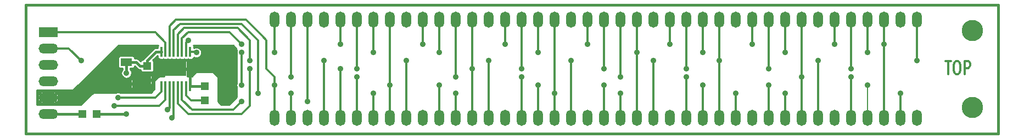
<source format=gtl>
G04 (created by PCBNEW-RS274X (2012-01-19 BZR 3256)-stable) date 01/06/2013 13:30:53*
G01*
G70*
G90*
%MOIN*%
G04 Gerber Fmt 3.4, Leading zero omitted, Abs format*
%FSLAX34Y34*%
G04 APERTURE LIST*
%ADD10C,0.006000*%
%ADD11C,0.012000*%
%ADD12C,0.015000*%
%ADD13R,0.014000X0.063000*%
%ADD14R,0.130000X0.090000*%
%ADD15R,0.070900X0.047200*%
%ADD16R,0.051200X0.047200*%
%ADD17R,0.047200X0.051200*%
%ADD18R,0.118100X0.059100*%
%ADD19O,0.118100X0.059100*%
%ADD20O,0.059100X0.098400*%
%ADD21C,0.129900*%
%ADD22C,0.035000*%
%ADD23C,0.016000*%
%ADD24C,0.008000*%
%ADD25C,0.010000*%
G04 APERTURE END LIST*
G54D10*
G54D11*
X100714Y-20774D02*
X101057Y-20774D01*
X100886Y-21574D02*
X100886Y-20774D01*
X101371Y-20774D02*
X101485Y-20774D01*
X101543Y-20812D01*
X101600Y-20888D01*
X101628Y-21040D01*
X101628Y-21307D01*
X101600Y-21460D01*
X101543Y-21536D01*
X101485Y-21574D01*
X101371Y-21574D01*
X101314Y-21536D01*
X101257Y-21460D01*
X101228Y-21307D01*
X101228Y-21040D01*
X101257Y-20888D01*
X101314Y-20812D01*
X101371Y-20774D01*
X101886Y-21574D02*
X101886Y-20774D01*
X102114Y-20774D01*
X102172Y-20812D01*
X102200Y-20850D01*
X102229Y-20926D01*
X102229Y-21040D01*
X102200Y-21117D01*
X102172Y-21155D01*
X102114Y-21193D01*
X101886Y-21193D01*
G54D12*
X44882Y-25197D02*
X44882Y-17323D01*
X103937Y-25197D02*
X44882Y-25197D01*
X103937Y-17323D02*
X103937Y-25197D01*
X44882Y-17323D02*
X103937Y-17323D01*
G54D13*
X53125Y-22300D03*
X53375Y-22300D03*
X53625Y-22300D03*
X53875Y-22300D03*
X54125Y-22300D03*
X54375Y-22300D03*
X54625Y-22300D03*
X54875Y-22300D03*
X54875Y-20200D03*
X54625Y-20200D03*
X54375Y-20200D03*
X54125Y-20200D03*
X53875Y-20200D03*
X53625Y-20200D03*
X53375Y-20200D03*
X53125Y-20200D03*
G54D14*
X54000Y-21250D03*
G54D15*
X51000Y-20831D03*
X51000Y-22169D03*
G54D16*
X55750Y-23183D03*
X55750Y-22317D03*
G54D17*
X49183Y-24000D03*
X48317Y-24000D03*
G54D16*
X52250Y-21067D03*
X52250Y-21933D03*
G54D18*
X46250Y-19000D03*
G54D19*
X46250Y-20000D03*
X46250Y-21000D03*
X46250Y-22000D03*
X46250Y-23000D03*
X46250Y-24000D03*
G54D20*
X92000Y-24250D03*
X93000Y-24250D03*
X94000Y-24250D03*
X94000Y-18250D03*
X93000Y-18250D03*
X92000Y-18250D03*
X91000Y-18250D03*
X90000Y-18250D03*
X90000Y-24250D03*
X91000Y-24250D03*
X82000Y-24250D03*
X83000Y-24250D03*
X84000Y-24250D03*
X84000Y-18250D03*
X83000Y-18250D03*
X82000Y-18250D03*
X81000Y-18250D03*
X80000Y-18250D03*
X80000Y-24250D03*
X81000Y-24250D03*
X62000Y-24250D03*
X63000Y-24250D03*
X64000Y-24250D03*
X64000Y-18250D03*
X63000Y-18250D03*
X62000Y-18250D03*
X61000Y-18250D03*
X60000Y-18250D03*
X60000Y-24250D03*
X61000Y-24250D03*
X72000Y-24250D03*
X73000Y-24250D03*
X74000Y-24250D03*
X74000Y-18250D03*
X73000Y-18250D03*
X72000Y-18250D03*
X71000Y-18250D03*
X70000Y-18250D03*
X70000Y-24250D03*
X71000Y-24250D03*
X77000Y-24250D03*
X78000Y-24250D03*
X79000Y-24250D03*
X79000Y-18250D03*
X78000Y-18250D03*
X77000Y-18250D03*
X76000Y-18250D03*
X75000Y-18250D03*
X75000Y-24250D03*
X76000Y-24250D03*
X67000Y-24250D03*
X68000Y-24250D03*
X69000Y-24250D03*
X69000Y-18250D03*
X68000Y-18250D03*
X67000Y-18250D03*
X66000Y-18250D03*
X65000Y-18250D03*
X65000Y-24250D03*
X66000Y-24250D03*
X87000Y-24250D03*
X88000Y-24250D03*
X89000Y-24250D03*
X89000Y-18250D03*
X88000Y-18250D03*
X87000Y-18250D03*
X86000Y-18250D03*
X85000Y-18250D03*
X85000Y-24250D03*
X86000Y-24250D03*
X97000Y-24250D03*
X98000Y-24250D03*
X99000Y-24250D03*
X99000Y-18250D03*
X98000Y-18250D03*
X97000Y-18250D03*
X96000Y-18250D03*
X95000Y-18250D03*
X95000Y-24250D03*
X96000Y-24250D03*
G54D21*
X102362Y-18898D03*
X102362Y-23622D03*
G54D22*
X51000Y-24000D03*
X51000Y-21500D03*
X50250Y-23500D03*
X48250Y-20750D03*
X50500Y-23000D03*
X55250Y-20250D03*
X62000Y-23250D03*
X58000Y-23250D03*
X65000Y-21250D03*
X90000Y-21250D03*
X85000Y-21250D03*
X64000Y-21250D03*
X72000Y-21250D03*
X80000Y-21250D03*
X95000Y-21250D03*
X75000Y-21250D03*
X58500Y-21250D03*
X58000Y-22250D03*
X53750Y-24250D03*
X76000Y-20250D03*
X58000Y-20250D03*
X91000Y-20250D03*
X60000Y-20250D03*
X96000Y-20250D03*
X82000Y-20250D03*
X86000Y-20250D03*
X66000Y-20250D03*
X70000Y-20250D03*
X95000Y-21750D03*
X75000Y-21750D03*
X61000Y-21750D03*
X92000Y-21750D03*
X71000Y-21750D03*
X65000Y-21750D03*
X85000Y-21750D03*
X81000Y-21750D03*
X53500Y-23750D03*
X80000Y-22250D03*
X96000Y-22250D03*
X90000Y-22250D03*
X86000Y-22250D03*
X60000Y-22250D03*
X76000Y-22250D03*
X67000Y-22250D03*
X70000Y-22250D03*
X88000Y-22750D03*
X91000Y-22750D03*
X81000Y-22750D03*
X98000Y-22750D03*
X71000Y-22750D03*
X61000Y-22750D03*
X66000Y-22750D03*
X77000Y-22750D03*
X59000Y-22750D03*
X87000Y-20750D03*
X83000Y-20750D03*
X68000Y-20750D03*
X99000Y-20750D03*
X63000Y-20750D03*
X58500Y-20750D03*
X93000Y-20750D03*
X78000Y-20750D03*
X73000Y-20750D03*
X58000Y-19750D03*
X69000Y-19750D03*
X94000Y-19750D03*
X74000Y-19750D03*
X64000Y-19750D03*
X84000Y-19750D03*
X79000Y-19750D03*
X89000Y-19750D03*
X97000Y-19750D03*
X54750Y-19500D03*
G54D23*
X51000Y-20831D02*
X51000Y-21500D01*
X52800Y-20200D02*
X53125Y-20200D01*
X52250Y-21067D02*
X52250Y-20750D01*
X52250Y-20750D02*
X52800Y-20200D01*
X51581Y-20831D02*
X51817Y-21067D01*
X51817Y-21067D02*
X52250Y-21067D01*
X51000Y-20831D02*
X51581Y-20831D01*
X51000Y-24000D02*
X49183Y-24000D01*
X48317Y-24000D02*
X46250Y-24000D01*
G54D11*
X53375Y-22300D02*
X53375Y-23125D01*
X53375Y-23125D02*
X53000Y-23500D01*
X53000Y-23500D02*
X50250Y-23500D01*
X53125Y-22300D02*
X53125Y-22625D01*
X48250Y-20750D02*
X47500Y-20000D01*
X47500Y-20000D02*
X46250Y-20000D01*
X52750Y-23000D02*
X51000Y-23000D01*
X53125Y-22625D02*
X52750Y-23000D01*
X51000Y-23000D02*
X50500Y-23000D01*
X54625Y-22300D02*
X54625Y-22875D01*
X54625Y-22875D02*
X54933Y-23183D01*
X54933Y-23183D02*
X55750Y-23183D01*
X55200Y-20200D02*
X54875Y-20200D01*
X55200Y-20200D02*
X55250Y-20250D01*
X52750Y-19000D02*
X46250Y-19000D01*
X53375Y-20200D02*
X53375Y-19625D01*
X53375Y-19625D02*
X52750Y-19000D01*
X54375Y-23125D02*
X55000Y-23750D01*
X62000Y-18250D02*
X62000Y-23250D01*
X55000Y-23750D02*
X57500Y-23750D01*
X54375Y-22300D02*
X54375Y-23125D01*
X57500Y-23750D02*
X58000Y-23250D01*
X80000Y-18250D02*
X80000Y-21250D01*
X95000Y-18250D02*
X95000Y-21250D01*
X64000Y-24250D02*
X64000Y-21250D01*
X54125Y-23250D02*
X54125Y-23375D01*
X58000Y-24000D02*
X58500Y-23500D01*
X90000Y-18250D02*
X90000Y-21250D01*
X72000Y-18250D02*
X72000Y-21250D01*
X54125Y-23375D02*
X54750Y-24000D01*
X72000Y-24250D02*
X72000Y-21250D01*
X65000Y-18250D02*
X65000Y-21250D01*
X85000Y-18250D02*
X85000Y-21250D01*
X75000Y-18250D02*
X75000Y-21250D01*
X54125Y-22300D02*
X54125Y-23250D01*
X58500Y-23500D02*
X58500Y-21250D01*
X54750Y-24000D02*
X58000Y-24000D01*
X53875Y-24125D02*
X53750Y-24250D01*
X53875Y-22300D02*
X53875Y-24125D01*
X58000Y-22250D02*
X58000Y-20250D01*
X60000Y-20250D02*
X60000Y-19000D01*
X66000Y-18250D02*
X66000Y-20250D01*
X86000Y-18250D02*
X86000Y-20250D01*
X70000Y-18250D02*
X70000Y-20250D01*
X76000Y-18250D02*
X76000Y-20250D01*
X82000Y-18250D02*
X82000Y-20250D01*
X82000Y-24250D02*
X82000Y-20250D01*
X60000Y-19000D02*
X60000Y-18250D01*
X96000Y-18250D02*
X96000Y-20250D01*
X91000Y-18250D02*
X91000Y-20250D01*
X61000Y-18250D02*
X61000Y-21750D01*
X71000Y-18250D02*
X71000Y-21750D01*
X75000Y-24250D02*
X75000Y-21750D01*
X92000Y-24250D02*
X92000Y-21750D01*
X92000Y-18250D02*
X92000Y-21750D01*
X53625Y-23625D02*
X53500Y-23750D01*
X85000Y-24250D02*
X85000Y-21750D01*
X95000Y-21750D02*
X95000Y-24250D01*
X53625Y-22300D02*
X53625Y-23625D01*
X65000Y-24250D02*
X65000Y-21750D01*
X81000Y-18250D02*
X81000Y-21750D01*
X58250Y-18250D02*
X59250Y-19250D01*
X59500Y-19500D02*
X59250Y-19250D01*
X59500Y-21250D02*
X59500Y-19500D01*
X60000Y-21750D02*
X59500Y-21250D01*
X53625Y-18625D02*
X54000Y-18250D01*
X54000Y-18250D02*
X58250Y-18250D01*
X53625Y-20200D02*
X53625Y-18625D01*
X67000Y-18250D02*
X67000Y-22250D01*
X86000Y-24250D02*
X86000Y-22250D01*
X76000Y-24250D02*
X76000Y-22250D01*
X67000Y-24250D02*
X67000Y-22250D01*
X60000Y-22250D02*
X60000Y-21750D01*
X80000Y-24250D02*
X80000Y-22250D01*
G54D24*
X96000Y-24250D02*
X96000Y-22250D01*
G54D11*
X70000Y-24250D02*
X70000Y-22250D01*
X90000Y-24250D02*
X90000Y-22250D01*
X60000Y-24250D02*
X60000Y-22250D01*
X81000Y-24250D02*
X81000Y-22750D01*
X71000Y-24250D02*
X71000Y-22750D01*
X58000Y-18500D02*
X59000Y-19500D01*
X61000Y-24250D02*
X61000Y-22750D01*
X59000Y-19500D02*
X59000Y-22750D01*
X53875Y-18875D02*
X54250Y-18500D01*
X91000Y-24250D02*
X91000Y-22750D01*
X54250Y-18500D02*
X58000Y-18500D01*
X88000Y-24250D02*
X88000Y-22750D01*
X98000Y-24250D02*
X98000Y-22750D01*
X77000Y-24250D02*
X77000Y-22750D01*
X66000Y-24250D02*
X66000Y-22750D01*
X77000Y-18250D02*
X77000Y-22750D01*
X53875Y-20200D02*
X53875Y-18875D01*
X54125Y-20200D02*
X54125Y-19125D01*
X87000Y-20750D02*
X87000Y-24250D01*
X54125Y-19125D02*
X54500Y-18750D01*
X54500Y-18750D02*
X57750Y-18750D01*
X73000Y-20750D02*
X73000Y-24250D01*
X58500Y-19500D02*
X58500Y-20750D01*
X78000Y-20750D02*
X78000Y-24250D01*
X99000Y-18250D02*
X99000Y-20750D01*
X63000Y-20750D02*
X63000Y-24250D01*
X68000Y-24250D02*
X68000Y-20750D01*
X57750Y-18750D02*
X58500Y-19500D01*
X93000Y-20750D02*
X93000Y-24250D01*
X87000Y-20750D02*
X87000Y-18250D01*
X83000Y-20750D02*
X83000Y-24250D01*
X54750Y-19000D02*
X57250Y-19000D01*
X54375Y-19375D02*
X54750Y-19000D01*
X69000Y-18250D02*
X69000Y-19750D01*
X64000Y-19750D02*
X64000Y-18250D01*
X89000Y-18250D02*
X89000Y-19750D01*
X97000Y-18250D02*
X97000Y-19750D01*
X74000Y-18250D02*
X74000Y-19750D01*
X94000Y-18250D02*
X94000Y-19750D01*
X57250Y-19000D02*
X58000Y-19750D01*
X54375Y-20200D02*
X54375Y-19375D01*
X84000Y-18250D02*
X84000Y-19750D01*
X97000Y-24250D02*
X97000Y-19750D01*
X79000Y-18250D02*
X79000Y-19750D01*
G54D23*
X54875Y-21625D02*
X54750Y-21500D01*
X54875Y-22300D02*
X55733Y-22300D01*
X55733Y-22300D02*
X55750Y-22317D01*
X54875Y-22300D02*
X54875Y-21625D01*
G54D11*
X54625Y-20200D02*
X54625Y-19625D01*
X54625Y-19625D02*
X54750Y-19500D01*
G54D10*
G36*
X57700Y-22979D02*
X57229Y-23450D01*
X56771Y-23450D01*
X56550Y-23229D01*
X56550Y-21729D01*
X56271Y-21450D01*
X55229Y-21450D01*
X54979Y-21700D01*
X54700Y-21700D01*
X54700Y-21312D01*
X54700Y-21188D01*
X54700Y-20795D01*
X54698Y-20785D01*
X54694Y-20776D01*
X54689Y-20768D01*
X54682Y-20761D01*
X54674Y-20756D01*
X54665Y-20752D01*
X54655Y-20750D01*
X54645Y-20750D01*
X54062Y-20750D01*
X54050Y-20762D01*
X54050Y-21200D01*
X54688Y-21200D01*
X54700Y-21188D01*
X54700Y-21312D01*
X54688Y-21300D01*
X54100Y-21300D01*
X54050Y-21300D01*
X53950Y-21300D01*
X53950Y-21200D01*
X53950Y-20762D01*
X53938Y-20750D01*
X53355Y-20750D01*
X53345Y-20750D01*
X53335Y-20752D01*
X53326Y-20756D01*
X53318Y-20761D01*
X53311Y-20768D01*
X53306Y-20776D01*
X53302Y-20785D01*
X53300Y-20795D01*
X53300Y-21188D01*
X53312Y-21200D01*
X53950Y-21200D01*
X53950Y-21300D01*
X53900Y-21300D01*
X53312Y-21300D01*
X53300Y-21312D01*
X53300Y-21700D01*
X52979Y-21700D01*
X52700Y-21979D01*
X52700Y-22479D01*
X52556Y-22623D01*
X52556Y-22174D01*
X52556Y-21995D01*
X52556Y-21871D01*
X52556Y-21692D01*
X52554Y-21682D01*
X52550Y-21673D01*
X52545Y-21665D01*
X52538Y-21658D01*
X52530Y-21653D01*
X52521Y-21649D01*
X52511Y-21647D01*
X52501Y-21647D01*
X52312Y-21647D01*
X52300Y-21659D01*
X52300Y-21883D01*
X52544Y-21883D01*
X52556Y-21871D01*
X52556Y-21995D01*
X52544Y-21983D01*
X52300Y-21983D01*
X52300Y-22207D01*
X52312Y-22219D01*
X52501Y-22219D01*
X52511Y-22219D01*
X52521Y-22217D01*
X52530Y-22213D01*
X52538Y-22208D01*
X52545Y-22201D01*
X52550Y-22193D01*
X52554Y-22184D01*
X52556Y-22174D01*
X52556Y-22623D01*
X52479Y-22700D01*
X52200Y-22700D01*
X52200Y-22207D01*
X52200Y-21983D01*
X52200Y-21883D01*
X52200Y-21659D01*
X52188Y-21647D01*
X51999Y-21647D01*
X51989Y-21647D01*
X51979Y-21649D01*
X51970Y-21653D01*
X51962Y-21658D01*
X51955Y-21665D01*
X51950Y-21673D01*
X51946Y-21682D01*
X51944Y-21692D01*
X51944Y-21871D01*
X51956Y-21883D01*
X52200Y-21883D01*
X52200Y-21983D01*
X51956Y-21983D01*
X51944Y-21995D01*
X51944Y-22174D01*
X51946Y-22184D01*
X51950Y-22193D01*
X51955Y-22201D01*
X51962Y-22208D01*
X51970Y-22213D01*
X51979Y-22217D01*
X51989Y-22219D01*
X51999Y-22219D01*
X52188Y-22219D01*
X52200Y-22207D01*
X52200Y-22700D01*
X51404Y-22700D01*
X51404Y-22410D01*
X51404Y-22231D01*
X51404Y-22107D01*
X51404Y-21928D01*
X51402Y-21918D01*
X51398Y-21909D01*
X51393Y-21901D01*
X51386Y-21894D01*
X51378Y-21889D01*
X51369Y-21885D01*
X51359Y-21883D01*
X51349Y-21883D01*
X51062Y-21883D01*
X51050Y-21895D01*
X51050Y-22119D01*
X51392Y-22119D01*
X51404Y-22107D01*
X51404Y-22231D01*
X51392Y-22219D01*
X51050Y-22219D01*
X51050Y-22443D01*
X51062Y-22455D01*
X51349Y-22455D01*
X51359Y-22455D01*
X51369Y-22453D01*
X51378Y-22449D01*
X51386Y-22444D01*
X51393Y-22437D01*
X51398Y-22429D01*
X51402Y-22420D01*
X51404Y-22410D01*
X51404Y-22700D01*
X50950Y-22700D01*
X50950Y-22443D01*
X50950Y-22219D01*
X50950Y-22119D01*
X50950Y-21895D01*
X50938Y-21883D01*
X50651Y-21883D01*
X50641Y-21883D01*
X50631Y-21885D01*
X50622Y-21889D01*
X50614Y-21894D01*
X50607Y-21901D01*
X50602Y-21909D01*
X50598Y-21918D01*
X50596Y-21928D01*
X50596Y-22107D01*
X50608Y-22119D01*
X50950Y-22119D01*
X50950Y-22219D01*
X50608Y-22219D01*
X50596Y-22231D01*
X50596Y-22410D01*
X50598Y-22420D01*
X50602Y-22429D01*
X50607Y-22437D01*
X50614Y-22444D01*
X50622Y-22449D01*
X50631Y-22453D01*
X50641Y-22455D01*
X50651Y-22455D01*
X50938Y-22455D01*
X50950Y-22443D01*
X50950Y-22700D01*
X50623Y-22700D01*
X50596Y-22689D01*
X50534Y-22676D01*
X50470Y-22676D01*
X50408Y-22688D01*
X50378Y-22700D01*
X48979Y-22700D01*
X48229Y-23450D01*
X46874Y-23450D01*
X46874Y-23103D01*
X46874Y-23050D01*
X46874Y-22950D01*
X46874Y-22897D01*
X46857Y-22823D01*
X46817Y-22766D01*
X46766Y-22718D01*
X46707Y-22680D01*
X46642Y-22655D01*
X46300Y-22655D01*
X46300Y-22950D01*
X46874Y-22950D01*
X46874Y-23050D01*
X46300Y-23050D01*
X46300Y-23345D01*
X46642Y-23345D01*
X46707Y-23320D01*
X46766Y-23282D01*
X46817Y-23234D01*
X46857Y-23177D01*
X46874Y-23103D01*
X46874Y-23450D01*
X46200Y-23450D01*
X46200Y-23345D01*
X46200Y-23050D01*
X46200Y-22950D01*
X46200Y-22655D01*
X45858Y-22655D01*
X45793Y-22680D01*
X45734Y-22718D01*
X45683Y-22766D01*
X45643Y-22823D01*
X45626Y-22897D01*
X45626Y-22950D01*
X46200Y-22950D01*
X46200Y-23050D01*
X45626Y-23050D01*
X45626Y-23103D01*
X45643Y-23177D01*
X45683Y-23234D01*
X45734Y-23282D01*
X45793Y-23320D01*
X45858Y-23345D01*
X46200Y-23345D01*
X46200Y-23450D01*
X45550Y-23450D01*
X45550Y-22550D01*
X47771Y-22550D01*
X50521Y-19800D01*
X52932Y-19800D01*
X52923Y-19814D01*
X52912Y-19841D01*
X52906Y-19870D01*
X52906Y-19899D01*
X52906Y-19970D01*
X52800Y-19970D01*
X52755Y-19974D01*
X52712Y-19987D01*
X52673Y-20008D01*
X52645Y-20031D01*
X52639Y-20036D01*
X52638Y-20037D01*
X52637Y-20038D01*
X52087Y-20587D01*
X52058Y-20622D01*
X52037Y-20662D01*
X52030Y-20682D01*
X51979Y-20682D01*
X51950Y-20688D01*
X51923Y-20699D01*
X51899Y-20715D01*
X51878Y-20736D01*
X51862Y-20760D01*
X51854Y-20778D01*
X51745Y-20670D01*
X51744Y-20668D01*
X51711Y-20641D01*
X51709Y-20639D01*
X51672Y-20620D01*
X51669Y-20618D01*
X51627Y-20605D01*
X51592Y-20601D01*
X51584Y-20601D01*
X51582Y-20601D01*
X51581Y-20601D01*
X51503Y-20601D01*
X51503Y-20580D01*
X51497Y-20551D01*
X51486Y-20524D01*
X51470Y-20500D01*
X51449Y-20479D01*
X51425Y-20463D01*
X51398Y-20452D01*
X51369Y-20446D01*
X51340Y-20446D01*
X50631Y-20446D01*
X50602Y-20452D01*
X50575Y-20463D01*
X50551Y-20479D01*
X50530Y-20500D01*
X50514Y-20524D01*
X50503Y-20551D01*
X50497Y-20580D01*
X50497Y-20609D01*
X50497Y-21082D01*
X50503Y-21111D01*
X50514Y-21138D01*
X50530Y-21162D01*
X50551Y-21183D01*
X50575Y-21199D01*
X50602Y-21210D01*
X50631Y-21216D01*
X50660Y-21216D01*
X50770Y-21216D01*
X50770Y-21271D01*
X50750Y-21291D01*
X50715Y-21343D01*
X50690Y-21402D01*
X50676Y-21464D01*
X50676Y-21527D01*
X50687Y-21590D01*
X50711Y-21649D01*
X50745Y-21702D01*
X50789Y-21748D01*
X50841Y-21784D01*
X50900Y-21810D01*
X50962Y-21823D01*
X51025Y-21825D01*
X51088Y-21814D01*
X51147Y-21791D01*
X51201Y-21756D01*
X51247Y-21713D01*
X51283Y-21661D01*
X51309Y-21603D01*
X51323Y-21541D01*
X51324Y-21468D01*
X51312Y-21406D01*
X51287Y-21347D01*
X51252Y-21294D01*
X51230Y-21272D01*
X51230Y-21216D01*
X51369Y-21216D01*
X51398Y-21210D01*
X51425Y-21199D01*
X51449Y-21183D01*
X51470Y-21162D01*
X51486Y-21138D01*
X51497Y-21111D01*
X51503Y-21082D01*
X51503Y-21078D01*
X51653Y-21228D01*
X51654Y-21229D01*
X51687Y-21257D01*
X51688Y-21258D01*
X51722Y-21276D01*
X51726Y-21278D01*
X51728Y-21279D01*
X51743Y-21283D01*
X51769Y-21292D01*
X51771Y-21292D01*
X51814Y-21297D01*
X51817Y-21297D01*
X51845Y-21297D01*
X51845Y-21318D01*
X51851Y-21347D01*
X51862Y-21374D01*
X51878Y-21398D01*
X51899Y-21419D01*
X51923Y-21435D01*
X51950Y-21446D01*
X51979Y-21452D01*
X52008Y-21452D01*
X52521Y-21452D01*
X52550Y-21446D01*
X52577Y-21435D01*
X52601Y-21419D01*
X52622Y-21398D01*
X52638Y-21374D01*
X52649Y-21347D01*
X52655Y-21318D01*
X52655Y-21289D01*
X52655Y-20816D01*
X52649Y-20787D01*
X52638Y-20760D01*
X52622Y-20736D01*
X52605Y-20719D01*
X52895Y-20430D01*
X52906Y-20430D01*
X52906Y-20530D01*
X52912Y-20559D01*
X52923Y-20586D01*
X52939Y-20610D01*
X52960Y-20631D01*
X52984Y-20647D01*
X53011Y-20658D01*
X53040Y-20664D01*
X53069Y-20664D01*
X53210Y-20664D01*
X53239Y-20658D01*
X53250Y-20653D01*
X53261Y-20658D01*
X53290Y-20664D01*
X53319Y-20664D01*
X53460Y-20664D01*
X53489Y-20658D01*
X53500Y-20653D01*
X53511Y-20658D01*
X53540Y-20664D01*
X53569Y-20664D01*
X53710Y-20664D01*
X53739Y-20658D01*
X53750Y-20653D01*
X53761Y-20658D01*
X53790Y-20664D01*
X53819Y-20664D01*
X53960Y-20664D01*
X53989Y-20658D01*
X54000Y-20653D01*
X54011Y-20658D01*
X54040Y-20664D01*
X54069Y-20664D01*
X54210Y-20664D01*
X54239Y-20658D01*
X54250Y-20653D01*
X54261Y-20658D01*
X54290Y-20664D01*
X54319Y-20664D01*
X54460Y-20664D01*
X54489Y-20658D01*
X54500Y-20653D01*
X54511Y-20658D01*
X54540Y-20664D01*
X54569Y-20664D01*
X54710Y-20664D01*
X54739Y-20658D01*
X54750Y-20653D01*
X54761Y-20658D01*
X54790Y-20664D01*
X54819Y-20664D01*
X54960Y-20664D01*
X54989Y-20658D01*
X55016Y-20647D01*
X55040Y-20631D01*
X55061Y-20610D01*
X55077Y-20586D01*
X55088Y-20559D01*
X55092Y-20534D01*
X55150Y-20560D01*
X55212Y-20573D01*
X55275Y-20575D01*
X55338Y-20564D01*
X55397Y-20541D01*
X55451Y-20506D01*
X55497Y-20463D01*
X55533Y-20411D01*
X55559Y-20353D01*
X55573Y-20291D01*
X55574Y-20218D01*
X55562Y-20156D01*
X55537Y-20097D01*
X55502Y-20044D01*
X55457Y-19999D01*
X55405Y-19963D01*
X55346Y-19939D01*
X55284Y-19926D01*
X55220Y-19926D01*
X55158Y-19938D01*
X55099Y-19962D01*
X55094Y-19965D01*
X55094Y-19870D01*
X55088Y-19841D01*
X55077Y-19814D01*
X55067Y-19800D01*
X57479Y-19800D01*
X57676Y-19997D01*
X57676Y-20027D01*
X57687Y-20090D01*
X57700Y-20121D01*
X57700Y-22128D01*
X57690Y-22152D01*
X57676Y-22214D01*
X57676Y-22277D01*
X57687Y-22340D01*
X57700Y-22371D01*
X57700Y-22979D01*
X57700Y-22979D01*
G37*
G54D25*
X57700Y-22979D02*
X57229Y-23450D01*
X56771Y-23450D01*
X56550Y-23229D01*
X56550Y-21729D01*
X56271Y-21450D01*
X55229Y-21450D01*
X54979Y-21700D01*
X54700Y-21700D01*
X54700Y-21312D01*
X54700Y-21188D01*
X54700Y-20795D01*
X54698Y-20785D01*
X54694Y-20776D01*
X54689Y-20768D01*
X54682Y-20761D01*
X54674Y-20756D01*
X54665Y-20752D01*
X54655Y-20750D01*
X54645Y-20750D01*
X54062Y-20750D01*
X54050Y-20762D01*
X54050Y-21200D01*
X54688Y-21200D01*
X54700Y-21188D01*
X54700Y-21312D01*
X54688Y-21300D01*
X54100Y-21300D01*
X54050Y-21300D01*
X53950Y-21300D01*
X53950Y-21200D01*
X53950Y-20762D01*
X53938Y-20750D01*
X53355Y-20750D01*
X53345Y-20750D01*
X53335Y-20752D01*
X53326Y-20756D01*
X53318Y-20761D01*
X53311Y-20768D01*
X53306Y-20776D01*
X53302Y-20785D01*
X53300Y-20795D01*
X53300Y-21188D01*
X53312Y-21200D01*
X53950Y-21200D01*
X53950Y-21300D01*
X53900Y-21300D01*
X53312Y-21300D01*
X53300Y-21312D01*
X53300Y-21700D01*
X52979Y-21700D01*
X52700Y-21979D01*
X52700Y-22479D01*
X52556Y-22623D01*
X52556Y-22174D01*
X52556Y-21995D01*
X52556Y-21871D01*
X52556Y-21692D01*
X52554Y-21682D01*
X52550Y-21673D01*
X52545Y-21665D01*
X52538Y-21658D01*
X52530Y-21653D01*
X52521Y-21649D01*
X52511Y-21647D01*
X52501Y-21647D01*
X52312Y-21647D01*
X52300Y-21659D01*
X52300Y-21883D01*
X52544Y-21883D01*
X52556Y-21871D01*
X52556Y-21995D01*
X52544Y-21983D01*
X52300Y-21983D01*
X52300Y-22207D01*
X52312Y-22219D01*
X52501Y-22219D01*
X52511Y-22219D01*
X52521Y-22217D01*
X52530Y-22213D01*
X52538Y-22208D01*
X52545Y-22201D01*
X52550Y-22193D01*
X52554Y-22184D01*
X52556Y-22174D01*
X52556Y-22623D01*
X52479Y-22700D01*
X52200Y-22700D01*
X52200Y-22207D01*
X52200Y-21983D01*
X52200Y-21883D01*
X52200Y-21659D01*
X52188Y-21647D01*
X51999Y-21647D01*
X51989Y-21647D01*
X51979Y-21649D01*
X51970Y-21653D01*
X51962Y-21658D01*
X51955Y-21665D01*
X51950Y-21673D01*
X51946Y-21682D01*
X51944Y-21692D01*
X51944Y-21871D01*
X51956Y-21883D01*
X52200Y-21883D01*
X52200Y-21983D01*
X51956Y-21983D01*
X51944Y-21995D01*
X51944Y-22174D01*
X51946Y-22184D01*
X51950Y-22193D01*
X51955Y-22201D01*
X51962Y-22208D01*
X51970Y-22213D01*
X51979Y-22217D01*
X51989Y-22219D01*
X51999Y-22219D01*
X52188Y-22219D01*
X52200Y-22207D01*
X52200Y-22700D01*
X51404Y-22700D01*
X51404Y-22410D01*
X51404Y-22231D01*
X51404Y-22107D01*
X51404Y-21928D01*
X51402Y-21918D01*
X51398Y-21909D01*
X51393Y-21901D01*
X51386Y-21894D01*
X51378Y-21889D01*
X51369Y-21885D01*
X51359Y-21883D01*
X51349Y-21883D01*
X51062Y-21883D01*
X51050Y-21895D01*
X51050Y-22119D01*
X51392Y-22119D01*
X51404Y-22107D01*
X51404Y-22231D01*
X51392Y-22219D01*
X51050Y-22219D01*
X51050Y-22443D01*
X51062Y-22455D01*
X51349Y-22455D01*
X51359Y-22455D01*
X51369Y-22453D01*
X51378Y-22449D01*
X51386Y-22444D01*
X51393Y-22437D01*
X51398Y-22429D01*
X51402Y-22420D01*
X51404Y-22410D01*
X51404Y-22700D01*
X50950Y-22700D01*
X50950Y-22443D01*
X50950Y-22219D01*
X50950Y-22119D01*
X50950Y-21895D01*
X50938Y-21883D01*
X50651Y-21883D01*
X50641Y-21883D01*
X50631Y-21885D01*
X50622Y-21889D01*
X50614Y-21894D01*
X50607Y-21901D01*
X50602Y-21909D01*
X50598Y-21918D01*
X50596Y-21928D01*
X50596Y-22107D01*
X50608Y-22119D01*
X50950Y-22119D01*
X50950Y-22219D01*
X50608Y-22219D01*
X50596Y-22231D01*
X50596Y-22410D01*
X50598Y-22420D01*
X50602Y-22429D01*
X50607Y-22437D01*
X50614Y-22444D01*
X50622Y-22449D01*
X50631Y-22453D01*
X50641Y-22455D01*
X50651Y-22455D01*
X50938Y-22455D01*
X50950Y-22443D01*
X50950Y-22700D01*
X50623Y-22700D01*
X50596Y-22689D01*
X50534Y-22676D01*
X50470Y-22676D01*
X50408Y-22688D01*
X50378Y-22700D01*
X48979Y-22700D01*
X48229Y-23450D01*
X46874Y-23450D01*
X46874Y-23103D01*
X46874Y-23050D01*
X46874Y-22950D01*
X46874Y-22897D01*
X46857Y-22823D01*
X46817Y-22766D01*
X46766Y-22718D01*
X46707Y-22680D01*
X46642Y-22655D01*
X46300Y-22655D01*
X46300Y-22950D01*
X46874Y-22950D01*
X46874Y-23050D01*
X46300Y-23050D01*
X46300Y-23345D01*
X46642Y-23345D01*
X46707Y-23320D01*
X46766Y-23282D01*
X46817Y-23234D01*
X46857Y-23177D01*
X46874Y-23103D01*
X46874Y-23450D01*
X46200Y-23450D01*
X46200Y-23345D01*
X46200Y-23050D01*
X46200Y-22950D01*
X46200Y-22655D01*
X45858Y-22655D01*
X45793Y-22680D01*
X45734Y-22718D01*
X45683Y-22766D01*
X45643Y-22823D01*
X45626Y-22897D01*
X45626Y-22950D01*
X46200Y-22950D01*
X46200Y-23050D01*
X45626Y-23050D01*
X45626Y-23103D01*
X45643Y-23177D01*
X45683Y-23234D01*
X45734Y-23282D01*
X45793Y-23320D01*
X45858Y-23345D01*
X46200Y-23345D01*
X46200Y-23450D01*
X45550Y-23450D01*
X45550Y-22550D01*
X47771Y-22550D01*
X50521Y-19800D01*
X52932Y-19800D01*
X52923Y-19814D01*
X52912Y-19841D01*
X52906Y-19870D01*
X52906Y-19899D01*
X52906Y-19970D01*
X52800Y-19970D01*
X52755Y-19974D01*
X52712Y-19987D01*
X52673Y-20008D01*
X52645Y-20031D01*
X52639Y-20036D01*
X52638Y-20037D01*
X52637Y-20038D01*
X52087Y-20587D01*
X52058Y-20622D01*
X52037Y-20662D01*
X52030Y-20682D01*
X51979Y-20682D01*
X51950Y-20688D01*
X51923Y-20699D01*
X51899Y-20715D01*
X51878Y-20736D01*
X51862Y-20760D01*
X51854Y-20778D01*
X51745Y-20670D01*
X51744Y-20668D01*
X51711Y-20641D01*
X51709Y-20639D01*
X51672Y-20620D01*
X51669Y-20618D01*
X51627Y-20605D01*
X51592Y-20601D01*
X51584Y-20601D01*
X51582Y-20601D01*
X51581Y-20601D01*
X51503Y-20601D01*
X51503Y-20580D01*
X51497Y-20551D01*
X51486Y-20524D01*
X51470Y-20500D01*
X51449Y-20479D01*
X51425Y-20463D01*
X51398Y-20452D01*
X51369Y-20446D01*
X51340Y-20446D01*
X50631Y-20446D01*
X50602Y-20452D01*
X50575Y-20463D01*
X50551Y-20479D01*
X50530Y-20500D01*
X50514Y-20524D01*
X50503Y-20551D01*
X50497Y-20580D01*
X50497Y-20609D01*
X50497Y-21082D01*
X50503Y-21111D01*
X50514Y-21138D01*
X50530Y-21162D01*
X50551Y-21183D01*
X50575Y-21199D01*
X50602Y-21210D01*
X50631Y-21216D01*
X50660Y-21216D01*
X50770Y-21216D01*
X50770Y-21271D01*
X50750Y-21291D01*
X50715Y-21343D01*
X50690Y-21402D01*
X50676Y-21464D01*
X50676Y-21527D01*
X50687Y-21590D01*
X50711Y-21649D01*
X50745Y-21702D01*
X50789Y-21748D01*
X50841Y-21784D01*
X50900Y-21810D01*
X50962Y-21823D01*
X51025Y-21825D01*
X51088Y-21814D01*
X51147Y-21791D01*
X51201Y-21756D01*
X51247Y-21713D01*
X51283Y-21661D01*
X51309Y-21603D01*
X51323Y-21541D01*
X51324Y-21468D01*
X51312Y-21406D01*
X51287Y-21347D01*
X51252Y-21294D01*
X51230Y-21272D01*
X51230Y-21216D01*
X51369Y-21216D01*
X51398Y-21210D01*
X51425Y-21199D01*
X51449Y-21183D01*
X51470Y-21162D01*
X51486Y-21138D01*
X51497Y-21111D01*
X51503Y-21082D01*
X51503Y-21078D01*
X51653Y-21228D01*
X51654Y-21229D01*
X51687Y-21257D01*
X51688Y-21258D01*
X51722Y-21276D01*
X51726Y-21278D01*
X51728Y-21279D01*
X51743Y-21283D01*
X51769Y-21292D01*
X51771Y-21292D01*
X51814Y-21297D01*
X51817Y-21297D01*
X51845Y-21297D01*
X51845Y-21318D01*
X51851Y-21347D01*
X51862Y-21374D01*
X51878Y-21398D01*
X51899Y-21419D01*
X51923Y-21435D01*
X51950Y-21446D01*
X51979Y-21452D01*
X52008Y-21452D01*
X52521Y-21452D01*
X52550Y-21446D01*
X52577Y-21435D01*
X52601Y-21419D01*
X52622Y-21398D01*
X52638Y-21374D01*
X52649Y-21347D01*
X52655Y-21318D01*
X52655Y-21289D01*
X52655Y-20816D01*
X52649Y-20787D01*
X52638Y-20760D01*
X52622Y-20736D01*
X52605Y-20719D01*
X52895Y-20430D01*
X52906Y-20430D01*
X52906Y-20530D01*
X52912Y-20559D01*
X52923Y-20586D01*
X52939Y-20610D01*
X52960Y-20631D01*
X52984Y-20647D01*
X53011Y-20658D01*
X53040Y-20664D01*
X53069Y-20664D01*
X53210Y-20664D01*
X53239Y-20658D01*
X53250Y-20653D01*
X53261Y-20658D01*
X53290Y-20664D01*
X53319Y-20664D01*
X53460Y-20664D01*
X53489Y-20658D01*
X53500Y-20653D01*
X53511Y-20658D01*
X53540Y-20664D01*
X53569Y-20664D01*
X53710Y-20664D01*
X53739Y-20658D01*
X53750Y-20653D01*
X53761Y-20658D01*
X53790Y-20664D01*
X53819Y-20664D01*
X53960Y-20664D01*
X53989Y-20658D01*
X54000Y-20653D01*
X54011Y-20658D01*
X54040Y-20664D01*
X54069Y-20664D01*
X54210Y-20664D01*
X54239Y-20658D01*
X54250Y-20653D01*
X54261Y-20658D01*
X54290Y-20664D01*
X54319Y-20664D01*
X54460Y-20664D01*
X54489Y-20658D01*
X54500Y-20653D01*
X54511Y-20658D01*
X54540Y-20664D01*
X54569Y-20664D01*
X54710Y-20664D01*
X54739Y-20658D01*
X54750Y-20653D01*
X54761Y-20658D01*
X54790Y-20664D01*
X54819Y-20664D01*
X54960Y-20664D01*
X54989Y-20658D01*
X55016Y-20647D01*
X55040Y-20631D01*
X55061Y-20610D01*
X55077Y-20586D01*
X55088Y-20559D01*
X55092Y-20534D01*
X55150Y-20560D01*
X55212Y-20573D01*
X55275Y-20575D01*
X55338Y-20564D01*
X55397Y-20541D01*
X55451Y-20506D01*
X55497Y-20463D01*
X55533Y-20411D01*
X55559Y-20353D01*
X55573Y-20291D01*
X55574Y-20218D01*
X55562Y-20156D01*
X55537Y-20097D01*
X55502Y-20044D01*
X55457Y-19999D01*
X55405Y-19963D01*
X55346Y-19939D01*
X55284Y-19926D01*
X55220Y-19926D01*
X55158Y-19938D01*
X55099Y-19962D01*
X55094Y-19965D01*
X55094Y-19870D01*
X55088Y-19841D01*
X55077Y-19814D01*
X55067Y-19800D01*
X57479Y-19800D01*
X57676Y-19997D01*
X57676Y-20027D01*
X57687Y-20090D01*
X57700Y-20121D01*
X57700Y-22128D01*
X57690Y-22152D01*
X57676Y-22214D01*
X57676Y-22277D01*
X57687Y-22340D01*
X57700Y-22371D01*
X57700Y-22979D01*
M02*

</source>
